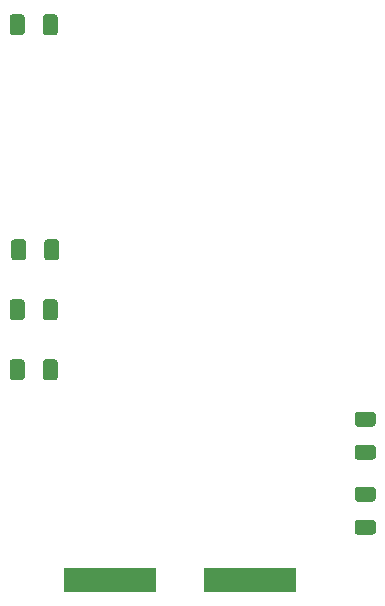
<source format=gbr>
G04 #@! TF.GenerationSoftware,KiCad,Pcbnew,5.1.4-3.fc30*
G04 #@! TF.CreationDate,2019-09-02T15:34:34-07:00*
G04 #@! TF.ProjectId,AR_20_JW_Rev2,41525f32-305f-44a5-975f-526576322e6b,rev?*
G04 #@! TF.SameCoordinates,Original*
G04 #@! TF.FileFunction,Paste,Top*
G04 #@! TF.FilePolarity,Positive*
%FSLAX46Y46*%
G04 Gerber Fmt 4.6, Leading zero omitted, Abs format (unit mm)*
G04 Created by KiCad (PCBNEW 5.1.4-3.fc30) date 2019-09-02 15:34:34*
%MOMM*%
%LPD*%
G04 APERTURE LIST*
%ADD10C,0.100000*%
%ADD11C,1.250000*%
%ADD12R,7.875000X2.000000*%
G04 APERTURE END LIST*
D10*
G36*
X147334504Y-115321204D02*
G01*
X147358773Y-115324804D01*
X147382571Y-115330765D01*
X147405671Y-115339030D01*
X147427849Y-115349520D01*
X147448893Y-115362133D01*
X147468598Y-115376747D01*
X147486777Y-115393223D01*
X147503253Y-115411402D01*
X147517867Y-115431107D01*
X147530480Y-115452151D01*
X147540970Y-115474329D01*
X147549235Y-115497429D01*
X147555196Y-115521227D01*
X147558796Y-115545496D01*
X147560000Y-115570000D01*
X147560000Y-116320000D01*
X147558796Y-116344504D01*
X147555196Y-116368773D01*
X147549235Y-116392571D01*
X147540970Y-116415671D01*
X147530480Y-116437849D01*
X147517867Y-116458893D01*
X147503253Y-116478598D01*
X147486777Y-116496777D01*
X147468598Y-116513253D01*
X147448893Y-116527867D01*
X147427849Y-116540480D01*
X147405671Y-116550970D01*
X147382571Y-116559235D01*
X147358773Y-116565196D01*
X147334504Y-116568796D01*
X147310000Y-116570000D01*
X146060000Y-116570000D01*
X146035496Y-116568796D01*
X146011227Y-116565196D01*
X145987429Y-116559235D01*
X145964329Y-116550970D01*
X145942151Y-116540480D01*
X145921107Y-116527867D01*
X145901402Y-116513253D01*
X145883223Y-116496777D01*
X145866747Y-116478598D01*
X145852133Y-116458893D01*
X145839520Y-116437849D01*
X145829030Y-116415671D01*
X145820765Y-116392571D01*
X145814804Y-116368773D01*
X145811204Y-116344504D01*
X145810000Y-116320000D01*
X145810000Y-115570000D01*
X145811204Y-115545496D01*
X145814804Y-115521227D01*
X145820765Y-115497429D01*
X145829030Y-115474329D01*
X145839520Y-115452151D01*
X145852133Y-115431107D01*
X145866747Y-115411402D01*
X145883223Y-115393223D01*
X145901402Y-115376747D01*
X145921107Y-115362133D01*
X145942151Y-115349520D01*
X145964329Y-115339030D01*
X145987429Y-115330765D01*
X146011227Y-115324804D01*
X146035496Y-115321204D01*
X146060000Y-115320000D01*
X147310000Y-115320000D01*
X147334504Y-115321204D01*
X147334504Y-115321204D01*
G37*
D11*
X146685000Y-115945000D03*
D10*
G36*
X147334504Y-118121204D02*
G01*
X147358773Y-118124804D01*
X147382571Y-118130765D01*
X147405671Y-118139030D01*
X147427849Y-118149520D01*
X147448893Y-118162133D01*
X147468598Y-118176747D01*
X147486777Y-118193223D01*
X147503253Y-118211402D01*
X147517867Y-118231107D01*
X147530480Y-118252151D01*
X147540970Y-118274329D01*
X147549235Y-118297429D01*
X147555196Y-118321227D01*
X147558796Y-118345496D01*
X147560000Y-118370000D01*
X147560000Y-119120000D01*
X147558796Y-119144504D01*
X147555196Y-119168773D01*
X147549235Y-119192571D01*
X147540970Y-119215671D01*
X147530480Y-119237849D01*
X147517867Y-119258893D01*
X147503253Y-119278598D01*
X147486777Y-119296777D01*
X147468598Y-119313253D01*
X147448893Y-119327867D01*
X147427849Y-119340480D01*
X147405671Y-119350970D01*
X147382571Y-119359235D01*
X147358773Y-119365196D01*
X147334504Y-119368796D01*
X147310000Y-119370000D01*
X146060000Y-119370000D01*
X146035496Y-119368796D01*
X146011227Y-119365196D01*
X145987429Y-119359235D01*
X145964329Y-119350970D01*
X145942151Y-119340480D01*
X145921107Y-119327867D01*
X145901402Y-119313253D01*
X145883223Y-119296777D01*
X145866747Y-119278598D01*
X145852133Y-119258893D01*
X145839520Y-119237849D01*
X145829030Y-119215671D01*
X145820765Y-119192571D01*
X145814804Y-119168773D01*
X145811204Y-119144504D01*
X145810000Y-119120000D01*
X145810000Y-118370000D01*
X145811204Y-118345496D01*
X145814804Y-118321227D01*
X145820765Y-118297429D01*
X145829030Y-118274329D01*
X145839520Y-118252151D01*
X145852133Y-118231107D01*
X145866747Y-118211402D01*
X145883223Y-118193223D01*
X145901402Y-118176747D01*
X145921107Y-118162133D01*
X145942151Y-118149520D01*
X145964329Y-118139030D01*
X145987429Y-118130765D01*
X146011227Y-118124804D01*
X146035496Y-118121204D01*
X146060000Y-118120000D01*
X147310000Y-118120000D01*
X147334504Y-118121204D01*
X147334504Y-118121204D01*
G37*
D11*
X146685000Y-118745000D03*
D10*
G36*
X117614504Y-75326204D02*
G01*
X117638773Y-75329804D01*
X117662571Y-75335765D01*
X117685671Y-75344030D01*
X117707849Y-75354520D01*
X117728893Y-75367133D01*
X117748598Y-75381747D01*
X117766777Y-75398223D01*
X117783253Y-75416402D01*
X117797867Y-75436107D01*
X117810480Y-75457151D01*
X117820970Y-75479329D01*
X117829235Y-75502429D01*
X117835196Y-75526227D01*
X117838796Y-75550496D01*
X117840000Y-75575000D01*
X117840000Y-76825000D01*
X117838796Y-76849504D01*
X117835196Y-76873773D01*
X117829235Y-76897571D01*
X117820970Y-76920671D01*
X117810480Y-76942849D01*
X117797867Y-76963893D01*
X117783253Y-76983598D01*
X117766777Y-77001777D01*
X117748598Y-77018253D01*
X117728893Y-77032867D01*
X117707849Y-77045480D01*
X117685671Y-77055970D01*
X117662571Y-77064235D01*
X117638773Y-77070196D01*
X117614504Y-77073796D01*
X117590000Y-77075000D01*
X116840000Y-77075000D01*
X116815496Y-77073796D01*
X116791227Y-77070196D01*
X116767429Y-77064235D01*
X116744329Y-77055970D01*
X116722151Y-77045480D01*
X116701107Y-77032867D01*
X116681402Y-77018253D01*
X116663223Y-77001777D01*
X116646747Y-76983598D01*
X116632133Y-76963893D01*
X116619520Y-76942849D01*
X116609030Y-76920671D01*
X116600765Y-76897571D01*
X116594804Y-76873773D01*
X116591204Y-76849504D01*
X116590000Y-76825000D01*
X116590000Y-75575000D01*
X116591204Y-75550496D01*
X116594804Y-75526227D01*
X116600765Y-75502429D01*
X116609030Y-75479329D01*
X116619520Y-75457151D01*
X116632133Y-75436107D01*
X116646747Y-75416402D01*
X116663223Y-75398223D01*
X116681402Y-75381747D01*
X116701107Y-75367133D01*
X116722151Y-75354520D01*
X116744329Y-75344030D01*
X116767429Y-75335765D01*
X116791227Y-75329804D01*
X116815496Y-75326204D01*
X116840000Y-75325000D01*
X117590000Y-75325000D01*
X117614504Y-75326204D01*
X117614504Y-75326204D01*
G37*
D11*
X117215000Y-76200000D03*
D10*
G36*
X120414504Y-75326204D02*
G01*
X120438773Y-75329804D01*
X120462571Y-75335765D01*
X120485671Y-75344030D01*
X120507849Y-75354520D01*
X120528893Y-75367133D01*
X120548598Y-75381747D01*
X120566777Y-75398223D01*
X120583253Y-75416402D01*
X120597867Y-75436107D01*
X120610480Y-75457151D01*
X120620970Y-75479329D01*
X120629235Y-75502429D01*
X120635196Y-75526227D01*
X120638796Y-75550496D01*
X120640000Y-75575000D01*
X120640000Y-76825000D01*
X120638796Y-76849504D01*
X120635196Y-76873773D01*
X120629235Y-76897571D01*
X120620970Y-76920671D01*
X120610480Y-76942849D01*
X120597867Y-76963893D01*
X120583253Y-76983598D01*
X120566777Y-77001777D01*
X120548598Y-77018253D01*
X120528893Y-77032867D01*
X120507849Y-77045480D01*
X120485671Y-77055970D01*
X120462571Y-77064235D01*
X120438773Y-77070196D01*
X120414504Y-77073796D01*
X120390000Y-77075000D01*
X119640000Y-77075000D01*
X119615496Y-77073796D01*
X119591227Y-77070196D01*
X119567429Y-77064235D01*
X119544329Y-77055970D01*
X119522151Y-77045480D01*
X119501107Y-77032867D01*
X119481402Y-77018253D01*
X119463223Y-77001777D01*
X119446747Y-76983598D01*
X119432133Y-76963893D01*
X119419520Y-76942849D01*
X119409030Y-76920671D01*
X119400765Y-76897571D01*
X119394804Y-76873773D01*
X119391204Y-76849504D01*
X119390000Y-76825000D01*
X119390000Y-75575000D01*
X119391204Y-75550496D01*
X119394804Y-75526227D01*
X119400765Y-75502429D01*
X119409030Y-75479329D01*
X119419520Y-75457151D01*
X119432133Y-75436107D01*
X119446747Y-75416402D01*
X119463223Y-75398223D01*
X119481402Y-75381747D01*
X119501107Y-75367133D01*
X119522151Y-75354520D01*
X119544329Y-75344030D01*
X119567429Y-75335765D01*
X119591227Y-75329804D01*
X119615496Y-75326204D01*
X119640000Y-75325000D01*
X120390000Y-75325000D01*
X120414504Y-75326204D01*
X120414504Y-75326204D01*
G37*
D11*
X120015000Y-76200000D03*
D10*
G36*
X147334504Y-108971204D02*
G01*
X147358773Y-108974804D01*
X147382571Y-108980765D01*
X147405671Y-108989030D01*
X147427849Y-108999520D01*
X147448893Y-109012133D01*
X147468598Y-109026747D01*
X147486777Y-109043223D01*
X147503253Y-109061402D01*
X147517867Y-109081107D01*
X147530480Y-109102151D01*
X147540970Y-109124329D01*
X147549235Y-109147429D01*
X147555196Y-109171227D01*
X147558796Y-109195496D01*
X147560000Y-109220000D01*
X147560000Y-109970000D01*
X147558796Y-109994504D01*
X147555196Y-110018773D01*
X147549235Y-110042571D01*
X147540970Y-110065671D01*
X147530480Y-110087849D01*
X147517867Y-110108893D01*
X147503253Y-110128598D01*
X147486777Y-110146777D01*
X147468598Y-110163253D01*
X147448893Y-110177867D01*
X147427849Y-110190480D01*
X147405671Y-110200970D01*
X147382571Y-110209235D01*
X147358773Y-110215196D01*
X147334504Y-110218796D01*
X147310000Y-110220000D01*
X146060000Y-110220000D01*
X146035496Y-110218796D01*
X146011227Y-110215196D01*
X145987429Y-110209235D01*
X145964329Y-110200970D01*
X145942151Y-110190480D01*
X145921107Y-110177867D01*
X145901402Y-110163253D01*
X145883223Y-110146777D01*
X145866747Y-110128598D01*
X145852133Y-110108893D01*
X145839520Y-110087849D01*
X145829030Y-110065671D01*
X145820765Y-110042571D01*
X145814804Y-110018773D01*
X145811204Y-109994504D01*
X145810000Y-109970000D01*
X145810000Y-109220000D01*
X145811204Y-109195496D01*
X145814804Y-109171227D01*
X145820765Y-109147429D01*
X145829030Y-109124329D01*
X145839520Y-109102151D01*
X145852133Y-109081107D01*
X145866747Y-109061402D01*
X145883223Y-109043223D01*
X145901402Y-109026747D01*
X145921107Y-109012133D01*
X145942151Y-108999520D01*
X145964329Y-108989030D01*
X145987429Y-108980765D01*
X146011227Y-108974804D01*
X146035496Y-108971204D01*
X146060000Y-108970000D01*
X147310000Y-108970000D01*
X147334504Y-108971204D01*
X147334504Y-108971204D01*
G37*
D11*
X146685000Y-109595000D03*
D10*
G36*
X147334504Y-111771204D02*
G01*
X147358773Y-111774804D01*
X147382571Y-111780765D01*
X147405671Y-111789030D01*
X147427849Y-111799520D01*
X147448893Y-111812133D01*
X147468598Y-111826747D01*
X147486777Y-111843223D01*
X147503253Y-111861402D01*
X147517867Y-111881107D01*
X147530480Y-111902151D01*
X147540970Y-111924329D01*
X147549235Y-111947429D01*
X147555196Y-111971227D01*
X147558796Y-111995496D01*
X147560000Y-112020000D01*
X147560000Y-112770000D01*
X147558796Y-112794504D01*
X147555196Y-112818773D01*
X147549235Y-112842571D01*
X147540970Y-112865671D01*
X147530480Y-112887849D01*
X147517867Y-112908893D01*
X147503253Y-112928598D01*
X147486777Y-112946777D01*
X147468598Y-112963253D01*
X147448893Y-112977867D01*
X147427849Y-112990480D01*
X147405671Y-113000970D01*
X147382571Y-113009235D01*
X147358773Y-113015196D01*
X147334504Y-113018796D01*
X147310000Y-113020000D01*
X146060000Y-113020000D01*
X146035496Y-113018796D01*
X146011227Y-113015196D01*
X145987429Y-113009235D01*
X145964329Y-113000970D01*
X145942151Y-112990480D01*
X145921107Y-112977867D01*
X145901402Y-112963253D01*
X145883223Y-112946777D01*
X145866747Y-112928598D01*
X145852133Y-112908893D01*
X145839520Y-112887849D01*
X145829030Y-112865671D01*
X145820765Y-112842571D01*
X145814804Y-112818773D01*
X145811204Y-112794504D01*
X145810000Y-112770000D01*
X145810000Y-112020000D01*
X145811204Y-111995496D01*
X145814804Y-111971227D01*
X145820765Y-111947429D01*
X145829030Y-111924329D01*
X145839520Y-111902151D01*
X145852133Y-111881107D01*
X145866747Y-111861402D01*
X145883223Y-111843223D01*
X145901402Y-111826747D01*
X145921107Y-111812133D01*
X145942151Y-111799520D01*
X145964329Y-111789030D01*
X145987429Y-111780765D01*
X146011227Y-111774804D01*
X146035496Y-111771204D01*
X146060000Y-111770000D01*
X147310000Y-111770000D01*
X147334504Y-111771204D01*
X147334504Y-111771204D01*
G37*
D11*
X146685000Y-112395000D03*
D10*
G36*
X117744504Y-94376204D02*
G01*
X117768773Y-94379804D01*
X117792571Y-94385765D01*
X117815671Y-94394030D01*
X117837849Y-94404520D01*
X117858893Y-94417133D01*
X117878598Y-94431747D01*
X117896777Y-94448223D01*
X117913253Y-94466402D01*
X117927867Y-94486107D01*
X117940480Y-94507151D01*
X117950970Y-94529329D01*
X117959235Y-94552429D01*
X117965196Y-94576227D01*
X117968796Y-94600496D01*
X117970000Y-94625000D01*
X117970000Y-95875000D01*
X117968796Y-95899504D01*
X117965196Y-95923773D01*
X117959235Y-95947571D01*
X117950970Y-95970671D01*
X117940480Y-95992849D01*
X117927867Y-96013893D01*
X117913253Y-96033598D01*
X117896777Y-96051777D01*
X117878598Y-96068253D01*
X117858893Y-96082867D01*
X117837849Y-96095480D01*
X117815671Y-96105970D01*
X117792571Y-96114235D01*
X117768773Y-96120196D01*
X117744504Y-96123796D01*
X117720000Y-96125000D01*
X116970000Y-96125000D01*
X116945496Y-96123796D01*
X116921227Y-96120196D01*
X116897429Y-96114235D01*
X116874329Y-96105970D01*
X116852151Y-96095480D01*
X116831107Y-96082867D01*
X116811402Y-96068253D01*
X116793223Y-96051777D01*
X116776747Y-96033598D01*
X116762133Y-96013893D01*
X116749520Y-95992849D01*
X116739030Y-95970671D01*
X116730765Y-95947571D01*
X116724804Y-95923773D01*
X116721204Y-95899504D01*
X116720000Y-95875000D01*
X116720000Y-94625000D01*
X116721204Y-94600496D01*
X116724804Y-94576227D01*
X116730765Y-94552429D01*
X116739030Y-94529329D01*
X116749520Y-94507151D01*
X116762133Y-94486107D01*
X116776747Y-94466402D01*
X116793223Y-94448223D01*
X116811402Y-94431747D01*
X116831107Y-94417133D01*
X116852151Y-94404520D01*
X116874329Y-94394030D01*
X116897429Y-94385765D01*
X116921227Y-94379804D01*
X116945496Y-94376204D01*
X116970000Y-94375000D01*
X117720000Y-94375000D01*
X117744504Y-94376204D01*
X117744504Y-94376204D01*
G37*
D11*
X117345000Y-95250000D03*
D10*
G36*
X120544504Y-94376204D02*
G01*
X120568773Y-94379804D01*
X120592571Y-94385765D01*
X120615671Y-94394030D01*
X120637849Y-94404520D01*
X120658893Y-94417133D01*
X120678598Y-94431747D01*
X120696777Y-94448223D01*
X120713253Y-94466402D01*
X120727867Y-94486107D01*
X120740480Y-94507151D01*
X120750970Y-94529329D01*
X120759235Y-94552429D01*
X120765196Y-94576227D01*
X120768796Y-94600496D01*
X120770000Y-94625000D01*
X120770000Y-95875000D01*
X120768796Y-95899504D01*
X120765196Y-95923773D01*
X120759235Y-95947571D01*
X120750970Y-95970671D01*
X120740480Y-95992849D01*
X120727867Y-96013893D01*
X120713253Y-96033598D01*
X120696777Y-96051777D01*
X120678598Y-96068253D01*
X120658893Y-96082867D01*
X120637849Y-96095480D01*
X120615671Y-96105970D01*
X120592571Y-96114235D01*
X120568773Y-96120196D01*
X120544504Y-96123796D01*
X120520000Y-96125000D01*
X119770000Y-96125000D01*
X119745496Y-96123796D01*
X119721227Y-96120196D01*
X119697429Y-96114235D01*
X119674329Y-96105970D01*
X119652151Y-96095480D01*
X119631107Y-96082867D01*
X119611402Y-96068253D01*
X119593223Y-96051777D01*
X119576747Y-96033598D01*
X119562133Y-96013893D01*
X119549520Y-95992849D01*
X119539030Y-95970671D01*
X119530765Y-95947571D01*
X119524804Y-95923773D01*
X119521204Y-95899504D01*
X119520000Y-95875000D01*
X119520000Y-94625000D01*
X119521204Y-94600496D01*
X119524804Y-94576227D01*
X119530765Y-94552429D01*
X119539030Y-94529329D01*
X119549520Y-94507151D01*
X119562133Y-94486107D01*
X119576747Y-94466402D01*
X119593223Y-94448223D01*
X119611402Y-94431747D01*
X119631107Y-94417133D01*
X119652151Y-94404520D01*
X119674329Y-94394030D01*
X119697429Y-94385765D01*
X119721227Y-94379804D01*
X119745496Y-94376204D01*
X119770000Y-94375000D01*
X120520000Y-94375000D01*
X120544504Y-94376204D01*
X120544504Y-94376204D01*
G37*
D11*
X120145000Y-95250000D03*
D10*
G36*
X120414504Y-99456204D02*
G01*
X120438773Y-99459804D01*
X120462571Y-99465765D01*
X120485671Y-99474030D01*
X120507849Y-99484520D01*
X120528893Y-99497133D01*
X120548598Y-99511747D01*
X120566777Y-99528223D01*
X120583253Y-99546402D01*
X120597867Y-99566107D01*
X120610480Y-99587151D01*
X120620970Y-99609329D01*
X120629235Y-99632429D01*
X120635196Y-99656227D01*
X120638796Y-99680496D01*
X120640000Y-99705000D01*
X120640000Y-100955000D01*
X120638796Y-100979504D01*
X120635196Y-101003773D01*
X120629235Y-101027571D01*
X120620970Y-101050671D01*
X120610480Y-101072849D01*
X120597867Y-101093893D01*
X120583253Y-101113598D01*
X120566777Y-101131777D01*
X120548598Y-101148253D01*
X120528893Y-101162867D01*
X120507849Y-101175480D01*
X120485671Y-101185970D01*
X120462571Y-101194235D01*
X120438773Y-101200196D01*
X120414504Y-101203796D01*
X120390000Y-101205000D01*
X119640000Y-101205000D01*
X119615496Y-101203796D01*
X119591227Y-101200196D01*
X119567429Y-101194235D01*
X119544329Y-101185970D01*
X119522151Y-101175480D01*
X119501107Y-101162867D01*
X119481402Y-101148253D01*
X119463223Y-101131777D01*
X119446747Y-101113598D01*
X119432133Y-101093893D01*
X119419520Y-101072849D01*
X119409030Y-101050671D01*
X119400765Y-101027571D01*
X119394804Y-101003773D01*
X119391204Y-100979504D01*
X119390000Y-100955000D01*
X119390000Y-99705000D01*
X119391204Y-99680496D01*
X119394804Y-99656227D01*
X119400765Y-99632429D01*
X119409030Y-99609329D01*
X119419520Y-99587151D01*
X119432133Y-99566107D01*
X119446747Y-99546402D01*
X119463223Y-99528223D01*
X119481402Y-99511747D01*
X119501107Y-99497133D01*
X119522151Y-99484520D01*
X119544329Y-99474030D01*
X119567429Y-99465765D01*
X119591227Y-99459804D01*
X119615496Y-99456204D01*
X119640000Y-99455000D01*
X120390000Y-99455000D01*
X120414504Y-99456204D01*
X120414504Y-99456204D01*
G37*
D11*
X120015000Y-100330000D03*
D10*
G36*
X117614504Y-99456204D02*
G01*
X117638773Y-99459804D01*
X117662571Y-99465765D01*
X117685671Y-99474030D01*
X117707849Y-99484520D01*
X117728893Y-99497133D01*
X117748598Y-99511747D01*
X117766777Y-99528223D01*
X117783253Y-99546402D01*
X117797867Y-99566107D01*
X117810480Y-99587151D01*
X117820970Y-99609329D01*
X117829235Y-99632429D01*
X117835196Y-99656227D01*
X117838796Y-99680496D01*
X117840000Y-99705000D01*
X117840000Y-100955000D01*
X117838796Y-100979504D01*
X117835196Y-101003773D01*
X117829235Y-101027571D01*
X117820970Y-101050671D01*
X117810480Y-101072849D01*
X117797867Y-101093893D01*
X117783253Y-101113598D01*
X117766777Y-101131777D01*
X117748598Y-101148253D01*
X117728893Y-101162867D01*
X117707849Y-101175480D01*
X117685671Y-101185970D01*
X117662571Y-101194235D01*
X117638773Y-101200196D01*
X117614504Y-101203796D01*
X117590000Y-101205000D01*
X116840000Y-101205000D01*
X116815496Y-101203796D01*
X116791227Y-101200196D01*
X116767429Y-101194235D01*
X116744329Y-101185970D01*
X116722151Y-101175480D01*
X116701107Y-101162867D01*
X116681402Y-101148253D01*
X116663223Y-101131777D01*
X116646747Y-101113598D01*
X116632133Y-101093893D01*
X116619520Y-101072849D01*
X116609030Y-101050671D01*
X116600765Y-101027571D01*
X116594804Y-101003773D01*
X116591204Y-100979504D01*
X116590000Y-100955000D01*
X116590000Y-99705000D01*
X116591204Y-99680496D01*
X116594804Y-99656227D01*
X116600765Y-99632429D01*
X116609030Y-99609329D01*
X116619520Y-99587151D01*
X116632133Y-99566107D01*
X116646747Y-99546402D01*
X116663223Y-99528223D01*
X116681402Y-99511747D01*
X116701107Y-99497133D01*
X116722151Y-99484520D01*
X116744329Y-99474030D01*
X116767429Y-99465765D01*
X116791227Y-99459804D01*
X116815496Y-99456204D01*
X116840000Y-99455000D01*
X117590000Y-99455000D01*
X117614504Y-99456204D01*
X117614504Y-99456204D01*
G37*
D11*
X117215000Y-100330000D03*
D10*
G36*
X120414504Y-104536204D02*
G01*
X120438773Y-104539804D01*
X120462571Y-104545765D01*
X120485671Y-104554030D01*
X120507849Y-104564520D01*
X120528893Y-104577133D01*
X120548598Y-104591747D01*
X120566777Y-104608223D01*
X120583253Y-104626402D01*
X120597867Y-104646107D01*
X120610480Y-104667151D01*
X120620970Y-104689329D01*
X120629235Y-104712429D01*
X120635196Y-104736227D01*
X120638796Y-104760496D01*
X120640000Y-104785000D01*
X120640000Y-106035000D01*
X120638796Y-106059504D01*
X120635196Y-106083773D01*
X120629235Y-106107571D01*
X120620970Y-106130671D01*
X120610480Y-106152849D01*
X120597867Y-106173893D01*
X120583253Y-106193598D01*
X120566777Y-106211777D01*
X120548598Y-106228253D01*
X120528893Y-106242867D01*
X120507849Y-106255480D01*
X120485671Y-106265970D01*
X120462571Y-106274235D01*
X120438773Y-106280196D01*
X120414504Y-106283796D01*
X120390000Y-106285000D01*
X119640000Y-106285000D01*
X119615496Y-106283796D01*
X119591227Y-106280196D01*
X119567429Y-106274235D01*
X119544329Y-106265970D01*
X119522151Y-106255480D01*
X119501107Y-106242867D01*
X119481402Y-106228253D01*
X119463223Y-106211777D01*
X119446747Y-106193598D01*
X119432133Y-106173893D01*
X119419520Y-106152849D01*
X119409030Y-106130671D01*
X119400765Y-106107571D01*
X119394804Y-106083773D01*
X119391204Y-106059504D01*
X119390000Y-106035000D01*
X119390000Y-104785000D01*
X119391204Y-104760496D01*
X119394804Y-104736227D01*
X119400765Y-104712429D01*
X119409030Y-104689329D01*
X119419520Y-104667151D01*
X119432133Y-104646107D01*
X119446747Y-104626402D01*
X119463223Y-104608223D01*
X119481402Y-104591747D01*
X119501107Y-104577133D01*
X119522151Y-104564520D01*
X119544329Y-104554030D01*
X119567429Y-104545765D01*
X119591227Y-104539804D01*
X119615496Y-104536204D01*
X119640000Y-104535000D01*
X120390000Y-104535000D01*
X120414504Y-104536204D01*
X120414504Y-104536204D01*
G37*
D11*
X120015000Y-105410000D03*
D10*
G36*
X117614504Y-104536204D02*
G01*
X117638773Y-104539804D01*
X117662571Y-104545765D01*
X117685671Y-104554030D01*
X117707849Y-104564520D01*
X117728893Y-104577133D01*
X117748598Y-104591747D01*
X117766777Y-104608223D01*
X117783253Y-104626402D01*
X117797867Y-104646107D01*
X117810480Y-104667151D01*
X117820970Y-104689329D01*
X117829235Y-104712429D01*
X117835196Y-104736227D01*
X117838796Y-104760496D01*
X117840000Y-104785000D01*
X117840000Y-106035000D01*
X117838796Y-106059504D01*
X117835196Y-106083773D01*
X117829235Y-106107571D01*
X117820970Y-106130671D01*
X117810480Y-106152849D01*
X117797867Y-106173893D01*
X117783253Y-106193598D01*
X117766777Y-106211777D01*
X117748598Y-106228253D01*
X117728893Y-106242867D01*
X117707849Y-106255480D01*
X117685671Y-106265970D01*
X117662571Y-106274235D01*
X117638773Y-106280196D01*
X117614504Y-106283796D01*
X117590000Y-106285000D01*
X116840000Y-106285000D01*
X116815496Y-106283796D01*
X116791227Y-106280196D01*
X116767429Y-106274235D01*
X116744329Y-106265970D01*
X116722151Y-106255480D01*
X116701107Y-106242867D01*
X116681402Y-106228253D01*
X116663223Y-106211777D01*
X116646747Y-106193598D01*
X116632133Y-106173893D01*
X116619520Y-106152849D01*
X116609030Y-106130671D01*
X116600765Y-106107571D01*
X116594804Y-106083773D01*
X116591204Y-106059504D01*
X116590000Y-106035000D01*
X116590000Y-104785000D01*
X116591204Y-104760496D01*
X116594804Y-104736227D01*
X116600765Y-104712429D01*
X116609030Y-104689329D01*
X116619520Y-104667151D01*
X116632133Y-104646107D01*
X116646747Y-104626402D01*
X116663223Y-104608223D01*
X116681402Y-104591747D01*
X116701107Y-104577133D01*
X116722151Y-104564520D01*
X116744329Y-104554030D01*
X116767429Y-104545765D01*
X116791227Y-104539804D01*
X116815496Y-104536204D01*
X116840000Y-104535000D01*
X117590000Y-104535000D01*
X117614504Y-104536204D01*
X117614504Y-104536204D01*
G37*
D11*
X117215000Y-105410000D03*
D12*
X136970000Y-123190000D03*
X125095000Y-123190000D03*
M02*

</source>
